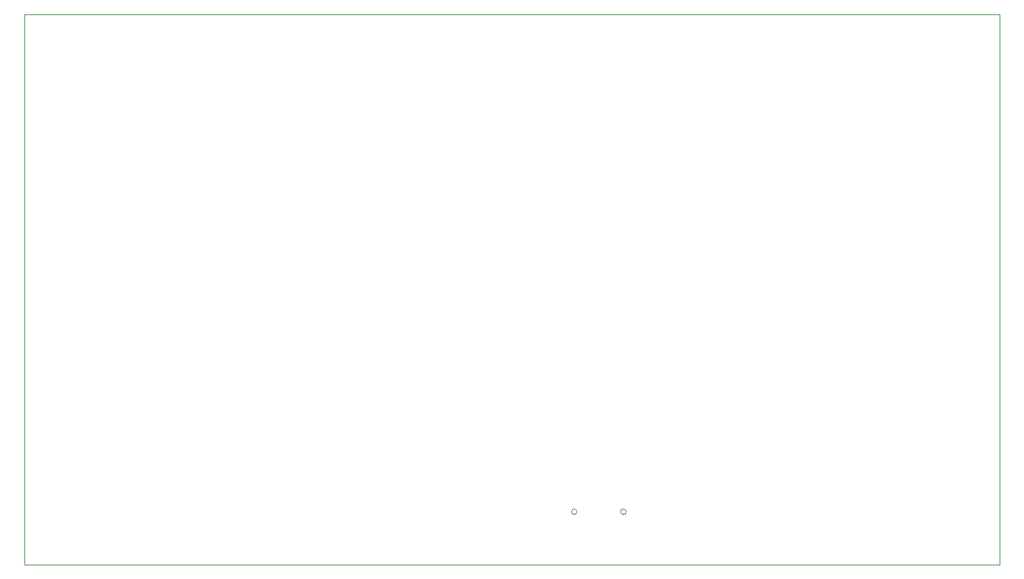
<source format=gbr>
%TF.GenerationSoftware,KiCad,Pcbnew,9.0.5*%
%TF.CreationDate,2025-10-16T17:25:57-04:00*%
%TF.ProjectId,phoenix_v2,70686f65-6e69-4785-9f76-322e6b696361,v3*%
%TF.SameCoordinates,Original*%
%TF.FileFunction,Profile,NP*%
%FSLAX46Y46*%
G04 Gerber Fmt 4.6, Leading zero omitted, Abs format (unit mm)*
G04 Created by KiCad (PCBNEW 9.0.5) date 2025-10-16 17:25:57*
%MOMM*%
%LPD*%
G01*
G04 APERTURE LIST*
%TA.AperFunction,Profile*%
%ADD10C,0.050000*%
%TD*%
G04 APERTURE END LIST*
D10*
X82200000Y-69100000D02*
X197200000Y-69100000D01*
X197200000Y-134100000D01*
X82200000Y-134100000D01*
X82200000Y-69100000D01*
%TO.C,J1*%
X147385000Y-127820000D02*
G75*
G02*
X146735000Y-127820000I-325000J0D01*
G01*
X146735000Y-127820000D02*
G75*
G02*
X147385000Y-127820000I325000J0D01*
G01*
X153165000Y-127820000D02*
G75*
G02*
X152515000Y-127820000I-325000J0D01*
G01*
X152515000Y-127820000D02*
G75*
G02*
X153165000Y-127820000I325000J0D01*
G01*
%TD*%
M02*

</source>
